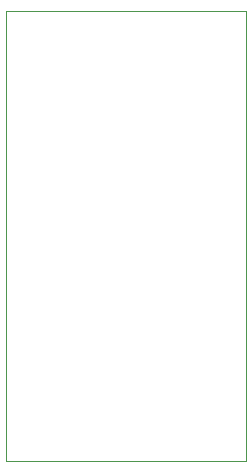
<source format=gbr>
%TF.GenerationSoftware,KiCad,Pcbnew,9.0.7-9.0.7~ubuntu22.04.1*%
%TF.CreationDate,2026-02-16T21:50:37-07:00*%
%TF.ProjectId,ESP32-S3-MINI-1U_UU,45535033-322d-4533-932d-4d494e492d31,rev?*%
%TF.SameCoordinates,Original*%
%TF.FileFunction,Profile,NP*%
%FSLAX46Y46*%
G04 Gerber Fmt 4.6, Leading zero omitted, Abs format (unit mm)*
G04 Created by KiCad (PCBNEW 9.0.7-9.0.7~ubuntu22.04.1) date 2026-02-16 21:50:37*
%MOMM*%
%LPD*%
G01*
G04 APERTURE LIST*
%TA.AperFunction,Profile*%
%ADD10C,0.050000*%
%TD*%
G04 APERTURE END LIST*
D10*
X192560000Y-151100000D02*
X192560000Y-113000000D01*
X172240000Y-151100000D02*
X172240000Y-113000000D01*
X192560000Y-113000000D02*
X172240000Y-113000000D01*
X172240000Y-151100000D02*
X192560000Y-151100000D01*
M02*

</source>
